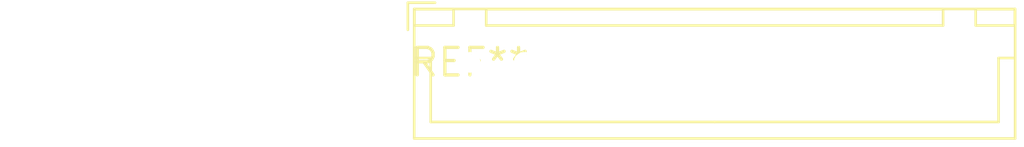
<source format=kicad_pcb>
(kicad_pcb (version 20240108) (generator pcbnew)
  (layers (0 "F.Cu" signal) (31 "B.Cu" signal) (34 "B.Paste" user) (35 "F.Paste" user) (36 "B.SilkS" user "B.Silkscreen") (37 "F.SilkS" user "F.Silkscreen") (38 "B.Mask" user) (39 "F.Mask" user) (44 "Edge.Cuts" user))
  (net 0 "")
  (footprint "JST_XH_B10B-XH-A_1x10_P2.50mm_Vertical" (layer "F.Cu") (at 0 0)
    (property "Reference" "REF**")
    (property "Value" "JST_XH_B10B-XH-A_1x10_P2.50mm_Vertical")
    (fp_line (start -2.85 -2.75) (end -2.85 -1.5) (layer "F.SilkS") (stroke (width 0.12)))
    (fp_line (start -2.56 -2.46) (end -2.56 3.51) (layer "F.SilkS") (stroke (width 0.12)))
    (fp_line (start -2.56 3.51) (end 25.06 3.51) (layer "F.SilkS") (stroke (width 0.12)))
    (fp_line (start -2.55 -2.45) (end -2.55 -1.7) (layer "F.SilkS") (stroke (width 0.12)))
    (fp_line (start -2.55 -1.7) (end -0.75 -1.7) (layer "F.SilkS") (stroke (width 0.12)))
    (fp_line (start -2.55 -0.2) (end -1.8 -0.2) (layer "F.SilkS") (stroke (width 0.12)))
    (fp_line (start -1.8 -0.2) (end -1.8 2.75) (layer "F.SilkS") (stroke (width 0.12)))
    (fp_line (start -1.8 2.75) (end 11.25 2.75) (layer "F.SilkS") (stroke (width 0.12)))
    (fp_line (start -1.6 -2.75) (end -2.85 -2.75) (layer "F.SilkS") (stroke (width 0.12)))
    (fp_line (start -0.75 -2.45) (end -2.55 -2.45) (layer "F.SilkS") (stroke (width 0.12)))
    (fp_line (start -0.75 -1.7) (end -0.75 -2.45) (layer "F.SilkS") (stroke (width 0.12)))
    (fp_line (start 0.75 -2.45) (end 0.75 -1.7) (layer "F.SilkS") (stroke (width 0.12)))
    (fp_line (start 0.75 -1.7) (end 21.75 -1.7) (layer "F.SilkS") (stroke (width 0.12)))
    (fp_line (start 21.75 -2.45) (end 0.75 -2.45) (layer "F.SilkS") (stroke (width 0.12)))
    (fp_line (start 21.75 -1.7) (end 21.75 -2.45) (layer "F.SilkS") (stroke (width 0.12)))
    (fp_line (start 23.25 -2.45) (end 23.25 -1.7) (layer "F.SilkS") (stroke (width 0.12)))
    (fp_line (start 23.25 -1.7) (end 25.05 -1.7) (layer "F.SilkS") (stroke (width 0.12)))
    (fp_line (start 24.3 -0.2) (end 24.3 2.75) (layer "F.SilkS") (stroke (width 0.12)))
    (fp_line (start 24.3 2.75) (end 11.25 2.75) (layer "F.SilkS") (stroke (width 0.12)))
    (fp_line (start 25.05 -2.45) (end 23.25 -2.45) (layer "F.SilkS") (stroke (width 0.12)))
    (fp_line (start 25.05 -1.7) (end 25.05 -2.45) (layer "F.SilkS") (stroke (width 0.12)))
    (fp_line (start 25.05 -0.2) (end 24.3 -0.2) (layer "F.SilkS") (stroke (width 0.12)))
    (fp_line (start 25.06 -2.46) (end -2.56 -2.46) (layer "F.SilkS") (stroke (width 0.12)))
    (fp_line (start 25.06 3.51) (end 25.06 -2.46) (layer "F.SilkS") (stroke (width 0.12)))
    (pad "1" thru_hole roundrect (at 0 0) (size 1.7 1.95) (drill 0.95) (layers *.Cu *.Mask) (remove_unused_layers) (roundrect_rratio 0.147059))
    (pad "2" thru_hole oval (at 2.5 0) (size 1.7 1.95) (drill 0.95) (layers *.Cu *.Mask) (remove_unused_layers))
    (pad "3" thru_hole oval (at 5 0) (size 1.7 1.95) (drill 0.95) (layers *.Cu *.Mask) (remove_unused_layers))
    (pad "4" thru_hole oval (at 7.5 0) (size 1.7 1.95) (drill 0.95) (layers *.Cu *.Mask) (remove_unused_layers))
    (pad "5" thru_hole oval (at 10 0) (size 1.7 1.95) (drill 0.95) (layers *.Cu *.Mask) (remove_unused_layers))
    (pad "6" thru_hole oval (at 12.5 0) (size 1.7 1.95) (drill 0.95) (layers *.Cu *.Mask) (remove_unused_layers))
    (pad "7" thru_hole oval (at 15 0) (size 1.7 1.95) (drill 0.95) (layers *.Cu *.Mask) (remove_unused_layers))
    (pad "8" thru_hole oval (at 17.5 0) (size 1.7 1.95) (drill 0.95) (layers *.Cu *.Mask) (remove_unused_layers))
    (pad "9" thru_hole oval (at 20 0) (size 1.7 1.95) (drill 0.95) (layers *.Cu *.Mask) (remove_unused_layers))
    (pad "10" thru_hole oval (at 22.5 0) (size 1.7 1.95) (drill 0.95) (layers *.Cu *.Mask) (remove_unused_layers))
  )
)
</source>
